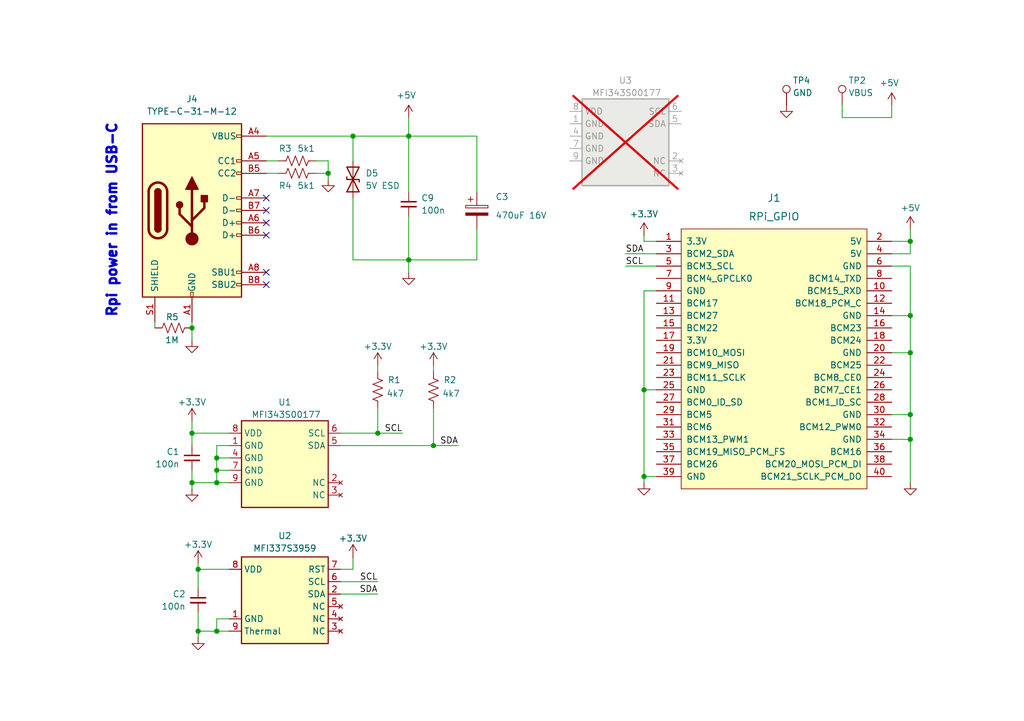
<source format=kicad_sch>
(kicad_sch (version 20250114) (generator "eeschema") (generator_version "9.0")
  (paper "A5")
  (title_block (title "MFI") (date "2026-01-11") (rev "A") (company "Signalius"))
  (lib_symbols
    (symbol "Connector:TestPoint" (pin_numbers (hide yes)) (pin_names (offset 0.762) (hide yes))
      (property "Reference" "TP" (at 0 6.858 0))
      (property "Value" "TestPoint" (at 0 5.08 0))
      (symbol "TestPoint_0_1"
        (circle (center 0 3.302) (radius 0.762))
      )
      (symbol "TestPoint_1_1"
        (pin passive line (at 0 0 90) (length 2.54) (name "1") (number "1"))
      )
    )
    (symbol "Connector:USB_C_Receptacle_USB2.0" (pin_names (offset 1.016))
      (property "Reference" "J" (at -10.16 19.05 0))
      (property "Value" "USB_C_Receptacle_USB2.0" (at 19.05 19.05 0))
      (symbol "USB_C_Receptacle_USB2.0_0_0"
        (rectangle (start -0.254 -17.78) (end 0.254 -16.764))
        (rectangle (start 10.16 15.494) (end 9.144 14.986))
        (rectangle (start 10.16 10.414) (end 9.144 9.906))
        (rectangle (start 10.16 7.874) (end 9.144 7.366))
        (rectangle (start 10.16 2.794) (end 9.144 2.286))
        (rectangle (start 10.16 0.254) (end 9.144 -0.254))
        (rectangle (start 10.16 -2.286) (end 9.144 -2.794))
        (rectangle (start 10.16 -4.826) (end 9.144 -5.334))
        (rectangle (start 10.16 -12.446) (end 9.144 -12.954))
        (rectangle (start 10.16 -14.986) (end 9.144 -15.494))
      )
      (symbol "USB_C_Receptacle_USB2.0_0_1"
        (rectangle (start -10.16 17.78) (end 10.16 -17.78) (stroke (width 0.254)) (fill (type background)))
        (polyline (pts (xy -8.89 -3.81) (xy -8.89 3.81)) (stroke (width 0.508)))
        (rectangle (start -7.62 -3.81) (end -6.35 3.81) (stroke (width 0.254)) (fill (type outline)))
        (arc (start -7.62 3.81) (mid -6.985 4.4423) (end -6.35 3.81) (stroke (width 0.254)))
        (arc (start -7.62 3.81) (mid -6.985 4.4423) (end -6.35 3.81) (stroke (width 0.254)) (fill (type outline)))
        (arc (start -8.89 3.81) (mid -6.985 5.7067) (end -5.08 3.81) (stroke (width 0.508)))
        (arc (start -5.08 -3.81) (mid -6.985 -5.7067) (end -8.89 -3.81) (stroke (width 0.508)))
        (arc (start -6.35 -3.81) (mid -6.985 -4.4423) (end -7.62 -3.81) (stroke (width 0.254)))
        (arc (start -6.35 -3.81) (mid -6.985 -4.4423) (end -7.62 -3.81) (stroke (width 0.254)) (fill (type outline)))
        (polyline (pts (xy -5.08 3.81) (xy -5.08 -3.81)) (stroke (width 0.508)))
        (circle (center -2.54 1.143) (radius 0.635) (stroke (width 0.254)) (fill (type outline)))
        (polyline (pts (xy -1.27 4.318) (xy 0 6.858) (xy 1.27 4.318) (xy -1.27 4.318)) (stroke (width 0.254)) (fill (type outline)))
        (polyline (pts (xy 0 -2.032) (xy 2.54 0.508) (xy 2.54 1.778)) (stroke (width 0.508)))
        (polyline (pts (xy 0 -3.302) (xy -2.54 -0.762) (xy -2.54 0.508)) (stroke (width 0.508)))
        (polyline (pts (xy 0 -5.842) (xy 0 4.318)) (stroke (width 0.508)))
        (circle (center 0 -5.842) (radius 1.27) (fill (type outline)))
        (rectangle (start 1.905 1.778) (end 3.175 3.048) (stroke (width 0.254)) (fill (type outline)))
      )
      (symbol "USB_C_Receptacle_USB2.0_1_1"
        (pin passive line (at -7.62 -22.86 90) (length 5.08) (name "SHIELD") (number "S1"))
        (pin passive line (at 0 -22.86 90) (length 5.08) (name "GND") (number "A1"))
        (pin passive line (at 0 -22.86 90) (length 5.08) (hide yes) (name "GND") (number "A12"))
        (pin passive line (at 0 -22.86 90) (length 5.08) (hide yes) (name "GND") (number "B1"))
        (pin passive line (at 0 -22.86 90) (length 5.08) (hide yes) (name "GND") (number "B12"))
        (pin passive line (at 15.24 15.24 180) (length 5.08) (name "VBUS") (number "A4"))
        (pin passive line (at 15.24 15.24 180) (length 5.08) (hide yes) (name "VBUS") (number "A9"))
        (pin passive line (at 15.24 15.24 180) (length 5.08) (hide yes) (name "VBUS") (number "B4"))
        (pin passive line (at 15.24 15.24 180) (length 5.08) (hide yes) (name "VBUS") (number "B9"))
        (pin bidirectional line (at 15.24 10.16 180) (length 5.08) (name "CC1") (number "A5"))
        (pin bidirectional line (at 15.24 7.62 180) (length 5.08) (name "CC2") (number "B5"))
        (pin bidirectional line (at 15.24 2.54 180) (length 5.08) (name "D-") (number "A7"))
        (pin bidirectional line (at 15.24 0 180) (length 5.08) (name "D-") (number "B7"))
        (pin bidirectional line (at 15.24 -2.54 180) (length 5.08) (name "D+") (number "A6"))
        (pin bidirectional line (at 15.24 -5.08 180) (length 5.08) (name "D+") (number "B6"))
        (pin bidirectional line (at 15.24 -12.7 180) (length 5.08) (name "SBU1") (number "A8"))
        (pin bidirectional line (at 15.24 -15.24 180) (length 5.08) (name "SBU2") (number "B8"))
      )
    )
    (symbol "Device:C_Polarized" (pin_numbers (hide yes)) (pin_names (offset 0.254))
      (property "Reference" "C" (at 0.635 2.54 0))
      (property "Value" "C_Polarized" (at 0.635 -2.54 0))
      (symbol "C_Polarized_0_1"
        (rectangle (start -2.286 0.508) (end 2.286 1.016))
        (polyline (pts (xy -1.778 2.286) (xy -0.762 2.286)))
        (polyline (pts (xy -1.27 2.794) (xy -1.27 1.778)))
        (rectangle (start 2.286 -0.508) (end -2.286 -1.016) (fill (type outline)))
      )
      (symbol "C_Polarized_1_1"
        (pin passive line (at 0 3.81 270) (length 2.794) (name "~") (number "1"))
        (pin passive line (at 0 -3.81 90) (length 2.794) (name "~") (number "2"))
      )
    )
    (symbol "Device:C_Small" (pin_numbers (hide yes)) (pin_names (offset 0.254) (hide yes))
      (property "Reference" "C" (at 0.254 1.778 0))
      (property "Value" "C_Small" (at 0.254 -2.032 0))
      (symbol "C_Small_0_1"
        (polyline (pts (xy -1.524 0.508) (xy 1.524 0.508)) (stroke (width 0.3048)))
        (polyline (pts (xy -1.524 -0.508) (xy 1.524 -0.508)) (stroke (width 0.3302)))
      )
      (symbol "C_Small_1_1"
        (pin passive line (at 0 2.54 270) (length 2.032) (name "~") (number "1"))
        (pin passive line (at 0 -2.54 90) (length 2.032) (name "~") (number "2"))
      )
    )
    (symbol "Device:D_TVS" (pin_numbers (hide yes)) (pin_names (offset 1.016) (hide yes))
      (property "Reference" "D" (at 0 2.54 0))
      (property "Value" "D_TVS" (at 0 -2.54 0))
      (symbol "D_TVS_0_1"
        (polyline (pts (xy -2.54 1.27) (xy -2.54 -1.27) (xy 2.54 1.27) (xy 2.54 -1.27) (xy -2.54 1.27)) (stroke (width 0.254)))
        (polyline (pts (xy 0.508 1.27) (xy 0 1.27) (xy 0 -1.27) (xy -0.508 -1.27)) (stroke (width 0.254)))
        (polyline (pts (xy 1.27 0) (xy -1.27 0)))
      )
      (symbol "D_TVS_1_1"
        (pin passive line (at -3.81 0 0) (length 2.54) (name "A1") (number "1"))
        (pin passive line (at 3.81 0 180) (length 2.54) (name "A2") (number "2"))
      )
    )
    (symbol "Device:R_US" (pin_numbers (hide yes)) (pin_names (offset 0))
      (property "Reference" "R" (at 2.54 0 90))
      (property "Value" "R_US" (at -2.54 0 90))
      (symbol "R_US_0_1"
        (polyline (pts (xy 0 2.286) (xy 0 2.54)))
        (polyline (pts (xy 0 2.286) (xy 1.016 1.905) (xy 0 1.524) (xy -1.016 1.143) (xy 0 0.762)))
        (polyline (pts (xy 0 0.762) (xy 1.016 0.381) (xy 0 0) (xy -1.016 -0.381) (xy 0 -0.762)))
        (polyline (pts (xy 0 -0.762) (xy 1.016 -1.143) (xy 0 -1.524) (xy -1.016 -1.905) (xy 0 -2.286)))
        (polyline (pts (xy 0 -2.286) (xy 0 -2.54)))
      )
      (symbol "R_US_1_1"
        (pin passive line (at 0 3.81 270) (length 1.27) (name "~") (number "1"))
        (pin passive line (at 0 -3.81 90) (length 1.27) (name "~") (number "2"))
      )
    )
    (symbol "MFI:MFI337S3959"
      (property "Reference" "U" (at -4.318 9.144 0))
      (property "Value" "MFI337S3959" (at 7.62 8.89 0))
      (symbol "MFI337S3959_0_1"
        (rectangle (start -5.08 7.62) (end 12.7 -10.16) (stroke (width 0.254)) (fill (type background)))
      )
      (symbol "MFI337S3959_1_1"
        (pin input line (at -7.62 5.08 0) (length 2.54) (name "RST") (number "7"))
        (pin bidirectional line (at -7.62 2.54 0) (length 2.54) (name "SCL") (number "6"))
        (pin bidirectional line (at -7.62 0 0) (length 2.54) (name "SDA") (number "2"))
        (pin no_connect line (at -7.62 -2.54 0) (length 2.54) (name "NC") (number "5"))
        (pin no_connect line (at -7.62 -5.08 0) (length 2.54) (name "NC") (number "4"))
        (pin no_connect line (at -7.62 -7.62 0) (length 2.54) (name "NC") (number "3"))
        (pin power_in line (at 15.24 5.08 180) (length 2.54) (name "VDD") (number "8"))
        (pin power_in line (at 15.24 -5.08 180) (length 2.54) (name "GND") (number "1"))
        (pin power_in line (at 15.24 -7.62 180) (length 2.54) (name "Thermal") (number "9"))
      )
    )
    (symbol "MFI:MFI343S00177"
      (property "Reference" "U" (at -4.318 9.144 0))
      (property "Value" "MFI343S00177" (at 6.35 9.144 0))
      (symbol "MFI343S00177_0_1"
        (rectangle (start -5.08 7.62) (end 12.7 -10.16) (stroke (width 0.254)) (fill (type background)))
      )
      (symbol "MFI343S00177_1_1"
        (pin bidirectional line (at -7.62 5.08 0) (length 2.54) (name "SCL") (number "6"))
        (pin bidirectional line (at -7.62 2.54 0) (length 2.54) (name "SDA") (number "5"))
        (pin no_connect line (at -7.62 -5.08 0) (length 2.54) (name "NC") (number "2"))
        (pin no_connect line (at -7.62 -7.62 0) (length 2.54) (name "NC") (number "3"))
        (pin power_in line (at 15.24 5.08 180) (length 2.54) (name "VDD") (number "8"))
        (pin power_in line (at 15.24 2.54 180) (length 2.54) (name "GND") (number "1"))
        (pin power_in line (at 15.24 0 180) (length 2.54) (name "GND") (number "4"))
        (pin power_in line (at 15.24 -2.54 180) (length 2.54) (name "GND") (number "7"))
        (pin power_in line (at 15.24 -5.08 180) (length 2.54) (name "GND") (number "9"))
      )
    )
    (symbol "power:+3.3V" (power) (pin_numbers (hide yes)) (pin_names (offset 0) (hide yes))
      (property "Value" "+3.3V" (at 0 3.556 0))
      (symbol "+3.3V_0_1"
        (polyline (pts (xy -0.762 1.27) (xy 0 2.54)))
        (polyline (pts (xy 0 2.54) (xy 0.762 1.27)))
        (polyline (pts (xy 0 0) (xy 0 2.54)))
      )
      (symbol "+3.3V_1_1"
        (pin power_in line (at 0 0 90) (length 0) (name "~") (number "1"))
      )
    )
    (symbol "power:+5V" (power) (pin_numbers (hide yes)) (pin_names (offset 0) (hide yes))
      (property "Value" "+5V" (at 0 3.556 0))
      (symbol "+5V_0_1"
        (polyline (pts (xy -0.762 1.27) (xy 0 2.54)))
        (polyline (pts (xy 0 2.54) (xy 0.762 1.27)))
        (polyline (pts (xy 0 0) (xy 0 2.54)))
      )
      (symbol "+5V_1_1"
        (pin power_in line (at 0 0 90) (length 0) (name "~") (number "1"))
      )
    )
    (symbol "power:GND" (power) (pin_names (offset 0))
      (property "Value" "GND" (at 0 -3.81 0))
      (symbol "GND_0_1"
        (polyline (pts (xy 0 0) (xy 0 -1.27) (xy 1.27 -1.27) (xy 0 -2.54) (xy -1.27 -1.27) (xy 0 -1.27)))
      )
      (symbol "GND_1_1"
        (pin power_in line (at 0 0 270) (length 0) (hide yes) (name "GND") (number "1"))
      )
    )
    (symbol "rpi_gpio:RPi_GPIO" (pin_names (offset 1.016))
      (property "Reference" "J1" (at 19.05 6.35 0))
      (property "Value" "RPi_GPIO" (at 19.05 3.81 0))
      (symbol "RPi_GPIO_1_1"
        (rectangle (start 0 2.54) (end 38.1 -50.8) (fill (type background)))
        (pin power_in line (at -5.08 0 0) (length 5.08) (name "3.3V") (number "1"))
        (pin bidirectional line (at -5.08 -2.54 0) (length 5.08) (name "BCM2_SDA") (number "3"))
        (pin bidirectional line (at -5.08 -5.08 0) (length 5.08) (name "BCM3_SCL") (number "5"))
        (pin bidirectional line (at -5.08 -7.62 0) (length 5.08) (name "BCM4_GPCLK0") (number "7"))
        (pin power_in line (at -5.08 -10.16 0) (length 5.08) (name "GND") (number "9"))
        (pin bidirectional line (at -5.08 -12.7 0) (length 5.08) (name "BCM17") (number "11"))
        (pin bidirectional line (at -5.08 -15.24 0) (length 5.08) (name "BCM27") (number "13"))
        (pin bidirectional line (at -5.08 -17.78 0) (length 5.08) (name "BCM22") (number "15"))
        (pin power_in line (at -5.08 -20.32 0) (length 5.08) (name "3.3V") (number "17"))
        (pin bidirectional line (at -5.08 -22.86 0) (length 5.08) (name "BCM10_MOSI") (number "19"))
        (pin bidirectional line (at -5.08 -25.4 0) (length 5.08) (name "BCM9_MISO") (number "21"))
        (pin bidirectional line (at -5.08 -27.94 0) (length 5.08) (name "BCM11_SCLK") (number "23"))
        (pin power_in line (at -5.08 -30.48 0) (length 5.08) (name "GND") (number "25"))
        (pin bidirectional line (at -5.08 -33.02 0) (length 5.08) (name "BCM0_ID_SD") (number "27"))
        (pin bidirectional line (at -5.08 -35.56 0) (length 5.08) (name "BCM5") (number "29"))
        (pin bidirectional line (at -5.08 -38.1 0) (length 5.08) (name "BCM6") (number "31"))
        (pin bidirectional line (at -5.08 -40.64 0) (length 5.08) (name "BCM13_PWM1") (number "33"))
        (pin bidirectional line (at -5.08 -43.18 0) (length 5.08) (name "BCM19_MISO_PCM_FS") (number "35"))
        (pin bidirectional line (at -5.08 -45.72 0) (length 5.08) (name "BCM26") (number "37"))
        (pin power_in line (at -5.08 -48.26 0) (length 5.08) (name "GND") (number "39"))
        (pin power_in line (at 43.18 0 180) (length 5.08) (name "5V") (number "2"))
        (pin power_in line (at 43.18 -2.54 180) (length 5.08) (name "5V") (number "4"))
        (pin power_in line (at 43.18 -5.08 180) (length 5.08) (name "GND") (number "6"))
        (pin bidirectional line (at 43.18 -7.62 180) (length 5.08) (name "BCM14_TXD") (number "8"))
        (pin bidirectional line (at 43.18 -10.16 180) (length 5.08) (name "BCM15_RXD") (number "10"))
        (pin bidirectional line (at 43.18 -12.7 180) (length 5.08) (name "BCM18_PCM_C") (number "12"))
        (pin power_in line (at 43.18 -15.24 180) (length 5.08) (name "GND") (number "14"))
        (pin bidirectional line (at 43.18 -17.78 180) (length 5.08) (name "BCM23") (number "16"))
        (pin bidirectional line (at 43.18 -20.32 180) (length 5.08) (name "BCM24") (number "18"))
        (pin power_in line (at 43.18 -22.86 180) (length 5.08) (name "GND") (number "20"))
        (pin bidirectional line (at 43.18 -25.4 180) (length 5.08) (name "BCM25") (number "22"))
        (pin bidirectional line (at 43.18 -27.94 180) (length 5.08) (name "BCM8_CE0") (number "24"))
        (pin bidirectional line (at 43.18 -30.48 180) (length 5.08) (name "BCM7_CE1") (number "26"))
        (pin bidirectional line (at 43.18 -33.02 180) (length 5.08) (name "BCM1_ID_SC") (number "28"))
        (pin power_in line (at 43.18 -35.56 180) (length 5.08) (name "GND") (number "30"))
        (pin bidirectional line (at 43.18 -38.1 180) (length 5.08) (name "BCM12_PWM0") (number "32"))
        (pin power_in line (at 43.18 -40.64 180) (length 5.08) (name "GND") (number "34"))
        (pin bidirectional line (at 43.18 -43.18 180) (length 5.08) (name "BCM16") (number "36"))
        (pin bidirectional line (at 43.18 -45.72 180) (length 5.08) (name "BCM20_MOSI_PCM_DI") (number "38"))
        (pin bidirectional line (at 43.18 -48.26 180) (length 5.08) (name "BCM21_SCLK_PCM_DO") (number "40"))
      )
    )
  )
  (text "Rpi power in from USB-C\n" (at 24.13 25.146 90) (effects (font (size 2 2) (thickness 0.6) (bold yes)) (justify right bottom)))
  (junction (at 44.45 99.06))
  (junction (at 67.31 35.56))
  (junction (at 88.9 91.44))
  (junction (at 77.47 88.9))
  (junction (at 83.82 53.34))
  (junction (at 39.37 67.31))
  (junction (at 39.37 88.9))
  (junction (at 39.37 99.06))
  (junction (at 186.69 85.09))
  (junction (at 186.69 72.39))
  (junction (at 40.64 116.84))
  (junction (at 40.64 129.54))
  (junction (at 186.69 90.17))
  (junction (at 44.45 129.54))
  (junction (at 186.69 49.53))
  (junction (at 132.08 97.79))
  (junction (at 72.39 27.94))
  (junction (at 44.45 93.98))
  (junction (at 83.82 27.94))
  (junction (at 132.08 80.01))
  (junction (at 44.45 96.52))
  (junction (at 186.69 64.77))
  (no_connect (at 54.61 58.42))
  (no_connect (at 54.61 55.88))
  (no_connect (at 54.61 48.26))
  (no_connect (at 54.61 40.64))
  (no_connect (at 54.61 43.18))
  (no_connect (at 54.61 45.72))
  (wire (pts (xy 72.39 27.94) (xy 83.82 27.94)))
  (wire (pts (xy 44.45 99.06) (xy 46.99 99.06)))
  (wire (pts (xy 67.31 33.02) (xy 67.31 35.56)))
  (wire (pts (xy 39.37 88.9) (xy 39.37 86.36)))
  (wire (pts (xy 134.62 59.69) (xy 132.08 59.69)))
  (wire (pts (xy 186.69 72.39) (xy 186.69 85.09)))
  (wire (pts (xy 54.61 27.94) (xy 72.39 27.94)))
  (wire (pts (xy 182.88 49.53) (xy 186.69 49.53)))
  (wire (pts (xy 67.31 35.56) (xy 67.31 36.83)))
  (wire (pts (xy 54.61 35.56) (xy 57.15 35.56)))
  (wire (pts (xy 97.79 39.37) (xy 97.79 27.94)))
  (wire (pts (xy 69.85 91.44) (xy 88.9 91.44)))
  (wire (pts (xy 69.85 121.92) (xy 77.47 121.92)))
  (wire (pts (xy 39.37 99.06) (xy 39.37 100.33)))
  (wire (pts (xy 97.79 27.94) (xy 83.82 27.94)))
  (wire (pts (xy 44.45 91.44) (xy 44.45 93.98)))
  (wire (pts (xy 182.88 72.39) (xy 186.69 72.39)))
  (wire (pts (xy 83.82 53.34) (xy 83.82 55.88)))
  (wire (pts (xy 186.69 49.53) (xy 186.69 46.99)))
  (wire (pts (xy 39.37 99.06) (xy 44.45 99.06)))
  (wire (pts (xy 40.64 116.84) (xy 40.64 115.57)))
  (wire (pts (xy 72.39 40.64) (xy 72.39 53.34)))
  (wire (pts (xy 46.99 91.44) (xy 44.45 91.44)))
  (wire (pts (xy 186.69 54.61) (xy 186.69 64.77)))
  (wire (pts (xy 88.9 74.93) (xy 88.9 76.2)))
  (wire (pts (xy 182.88 85.09) (xy 186.69 85.09)))
  (wire (pts (xy 40.64 125.73) (xy 40.64 129.54)))
  (wire (pts (xy 182.88 52.07) (xy 186.69 52.07)))
  (wire (pts (xy 44.45 93.98) (xy 46.99 93.98)))
  (wire (pts (xy 72.39 116.84) (xy 72.39 114.3)))
  (wire (pts (xy 77.47 74.93) (xy 77.47 76.2)))
  (wire (pts (xy 186.69 90.17) (xy 186.69 99.06)))
  (wire (pts (xy 44.45 127) (xy 44.45 129.54)))
  (wire (pts (xy 39.37 96.52) (xy 39.37 99.06)))
  (wire (pts (xy 186.69 52.07) (xy 186.69 49.53)))
  (wire (pts (xy 64.77 33.02) (xy 67.31 33.02)))
  (wire (pts (xy 39.37 88.9) (xy 46.99 88.9)))
  (wire (pts (xy 182.88 24.13) (xy 172.72 24.13)))
  (wire (pts (xy 83.82 24.13) (xy 83.82 27.94)))
  (wire (pts (xy 88.9 83.82) (xy 88.9 91.44)))
  (wire (pts (xy 72.39 27.94) (xy 72.39 33.02)))
  (wire (pts (xy 128.27 54.61) (xy 134.62 54.61)))
  (wire (pts (xy 46.99 129.54) (xy 44.45 129.54)))
  (wire (pts (xy 132.08 59.69) (xy 132.08 80.01)))
  (wire (pts (xy 134.62 49.53) (xy 132.08 49.53)))
  (wire (pts (xy 132.08 49.53) (xy 132.08 48.26)))
  (wire (pts (xy 40.64 129.54) (xy 44.45 129.54)))
  (wire (pts (xy 132.08 80.01) (xy 134.62 80.01)))
  (wire (pts (xy 83.82 44.45) (xy 83.82 53.34)))
  (wire (pts (xy 39.37 91.44) (xy 39.37 88.9)))
  (wire (pts (xy 39.37 66.04) (xy 39.37 67.31)))
  (wire (pts (xy 39.37 67.31) (xy 39.37 69.85)))
  (wire (pts (xy 132.08 80.01) (xy 132.08 97.79)))
  (wire (pts (xy 182.88 21.59) (xy 182.88 24.13)))
  (wire (pts (xy 44.45 96.52) (xy 44.45 99.06)))
  (wire (pts (xy 182.88 64.77) (xy 186.69 64.77)))
  (wire (pts (xy 44.45 93.98) (xy 44.45 96.52)))
  (wire (pts (xy 182.88 54.61) (xy 186.69 54.61)))
  (wire (pts (xy 69.85 119.38) (xy 77.47 119.38)))
  (wire (pts (xy 182.88 90.17) (xy 186.69 90.17)))
  (wire (pts (xy 44.45 96.52) (xy 46.99 96.52)))
  (wire (pts (xy 97.79 46.99) (xy 97.79 53.34)))
  (wire (pts (xy 132.08 97.79) (xy 134.62 97.79)))
  (wire (pts (xy 83.82 27.94) (xy 83.82 39.37)))
  (wire (pts (xy 186.69 85.09) (xy 186.69 90.17)))
  (wire (pts (xy 88.9 91.44) (xy 93.98 91.44)))
  (wire (pts (xy 46.99 127) (xy 44.45 127)))
  (wire (pts (xy 186.69 64.77) (xy 186.69 72.39)))
  (wire (pts (xy 64.77 35.56) (xy 67.31 35.56)))
  (wire (pts (xy 31.75 66.04) (xy 31.75 67.31)))
  (wire (pts (xy 132.08 97.79) (xy 132.08 99.06)))
  (wire (pts (xy 69.85 116.84) (xy 72.39 116.84)))
  (wire (pts (xy 54.61 33.02) (xy 57.15 33.02)))
  (wire (pts (xy 69.85 88.9) (xy 77.47 88.9)))
  (wire (pts (xy 40.64 129.54) (xy 40.64 130.81)))
  (wire (pts (xy 97.79 53.34) (xy 83.82 53.34)))
  (wire (pts (xy 40.64 120.65) (xy 40.64 116.84)))
  (wire (pts (xy 72.39 53.34) (xy 83.82 53.34)))
  (wire (pts (xy 172.72 24.13) (xy 172.72 21.59)))
  (wire (pts (xy 77.47 88.9) (xy 77.47 83.82)))
  (wire (pts (xy 128.27 52.07) (xy 134.62 52.07)))
  (wire (pts (xy 40.64 116.84) (xy 46.99 116.84)))
  (wire (pts (xy 82.55 88.9) (xy 77.47 88.9)))
  (label "SCL" (at 82.55 88.9 180))
  (label "SCL" (at 77.47 119.38 180))
  (label "SDA" (at 93.98 91.44 180))
  (label "SDA" (at 128.27 52.07 0))
  (label "SDA" (at 77.47 121.92 180))
  (label "SCL" (at 128.27 54.61 0))
  (symbol (lib_id "Connector:USB_C_Receptacle_USB2.0") (at 39.37 43.18 0) (unit 1)
    (property "Reference" "J4" (at 39.37 20.32 0))
    (property "Value" "TYPE-C-31-M-12" (at 39.37 22.86 0))
    (property "Footprint" "Connector_USB:USB_C_Receptacle_HRO_TYPE-C-31-M-12" (effects (hide yes)))
    (property "Datasheet" "https://www.usb.org/sites/default/files/documents/usb_type-c.zip" (effects (hide yes)))
    (property "MPN" "TYPE-C-31-M-12" (effects (hide yes)))
    (property "MF" "Korean Hroparts" (effects (hide yes)))
  )
  (symbol (lib_id "power:GND") (at 39.37 69.85 0) (unit 1)
    (property "Reference" "#PWR05" (effects (hide yes)))
    (property "Value" "GND" (effects (hide yes)))
  )
  (symbol (lib_id "Device:C_Small") (at 39.37 93.98 0) (unit 1)
    (property "Reference" "C1" (at 36.83 92.71 0) (effects (justify right)))
    (property "Value" "100n" (at 36.83 95.25 0) (effects (justify right)))
    (property "Footprint" "Capacitor_SMD:C_0603_1608Metric" (effects (hide yes)))
  )
  (symbol (lib_id "power:+3.3V") (at 40.64 115.57 0) (unit 1)
    (property "Reference" "#PWR014" (effects (hide yes)))
    (property "Value" "+3.3V" (at 40.64 111.76 0))
    (property "Description" "Power symbol creates a global label with name \"+3.3V\"" (effects (hide yes)))
  )
  (symbol (lib_id "Device:R_US") (at 60.96 35.56 90) (unit 1)
    (property "Reference" "R4" (at 57.15 38.1 90) (effects (justify right)))
    (property "Value" "5k1" (at 60.96 38.1 90) (effects (justify right)))
    (property "Footprint" "Resistor_SMD:R_0603_1608Metric" (effects (hide yes)))
  )
  (symbol (lib_id "power:+3.3V") (at 88.9 74.93 0) (unit 1)
    (property "Reference" "#PWR013" (effects (hide yes)))
    (property "Value" "+3.3V" (at 88.9 71.12 0))
    (property "Description" "Power symbol creates a global label with name \"+3.3V\"" (effects (hide yes)))
  )
  (symbol (lib_id "power:+3.3V") (at 77.47 74.93 0) (unit 1)
    (property "Reference" "#PWR012" (effects (hide yes)))
    (property "Value" "+3.3V" (at 77.47 71.12 0))
    (property "Description" "Power symbol creates a global label with name \"+3.3V\"" (effects (hide yes)))
  )
  (symbol (lib_id "power:+3.3V") (at 39.37 86.36 0) (unit 1)
    (property "Reference" "#PWR010" (effects (hide yes)))
    (property "Value" "+3.3V" (at 39.37 82.55 0))
    (property "Description" "Power symbol creates a global label with name \"+3.3V\"" (effects (hide yes)))
  )
  (symbol (lib_id "power:GND") (at 186.69 99.06 0) (unit 1)
    (property "Reference" "#PWR04" (effects (hide yes)))
    (property "Value" "GND" (effects (hide yes)))
  )
  (symbol (lib_id "MFI:MFI343S00177") (at 62.23 93.98 0) (mirror y) (unit 1)
    (property "Reference" "U1" (at 58.42 82.55 0))
    (property "Value" "MFI343S00177" (at 58.674 85.09 0))
    (property "Footprint" "MFI:MFI_UDFN-8-1EP_2x3mm_P0.5mm" (effects (hide yes)))
    (property "Description" "CP3.0 UDFN8 2x3mm Raster 0.5mm To chyba odpowiednik ATECC508A" (effects (hide yes)))
  )
  (symbol (lib_id "Device:R_US") (at 77.47 80.01 0) (unit 1)
    (property "Reference" "R1" (at 79.502 77.978 0) (effects (justify left)))
    (property "Value" "4k7" (at 79.248 80.772 0) (effects (justify left)))
    (property "Footprint" "Resistor_SMD:R_0603_1608Metric" (effects (hide yes)))
    (property "Description" "Resistor, US symbol" (effects (hide yes)))
  )
  (symbol (lib_id "Device:C_Small") (at 83.82 41.91 0) (mirror y) (unit 1)
    (property "Reference" "C9" (at 86.36 40.64 0) (effects (justify right)))
    (property "Value" "100n" (at 86.36 43.18 0) (effects (justify right)))
    (property "Footprint" "Capacitor_SMD:C_0603_1608Metric" (effects (hide yes)))
  )
  (symbol (lib_id "Device:R_US") (at 35.56 67.31 90) (unit 1)
    (property "Reference" "R5" (at 33.987 65.0509 90) (effects (justify right)))
    (property "Value" "1M" (at 33.8268 69.79 90) (effects (justify right)))
    (property "Footprint" "Resistor_SMD:R_0603_1608Metric" (effects (hide yes)))
  )
  (symbol (lib_id "MFI:MFI337S3959") (at 62.23 121.92 0) (mirror y) (unit 1)
    (property "Reference" "U2" (at 58.42 109.982 0))
    (property "Value" "MFI337S3959" (at 58.42 112.522 0))
    (property "Footprint" "MFI:MFI_WSON-8-1EP_2.5x2.5mm_P0.5mm" (effects (hide yes)))
    (property "Description" "CP2.0C  PG-USON-8-1 Body 2.5x2.5x0.6 Raster 0.5mm" (effects (hide yes)))
  )
  (symbol (lib_id "Device:C_Polarized") (at 97.79 43.18 0) (unit 1)
    (property "Reference" "C3" (at 101.6 40.3859 0) (effects (justify left)))
    (property "Value" "470uF 16V" (at 101.6 44.1959 0) (effects (justify left)))
    (property "Footprint" "Capacitor_THT:CP_Radial_D10.0mm_P2.50mm_P5.00mm" (effects (hide yes)))
    (property "Description" "Polarized capacitor" (effects (hide yes)))
  )
  (symbol (lib_id "Device:C_Small") (at 40.64 123.19 0) (unit 1)
    (property "Reference" "C2" (at 38.1 121.92 0) (effects (justify right)))
    (property "Value" "100n" (at 38.1 124.46 0) (effects (justify right)))
    (property "Footprint" "Capacitor_SMD:C_0603_1608Metric" (effects (hide yes)))
  )
  (symbol (lib_id "power:+5V") (at 182.88 21.59 0) (unit 1)
    (property "Reference" "#PWR017" (effects (hide yes)))
    (property "Value" "+5V" (at 182.372 17.018 0))
    (property "Description" "Power symbol creates a global label with name \"+5V\"" (effects (hide yes)))
  )
  (symbol (lib_id "Connector:TestPoint") (at 172.72 21.59 0) (unit 1) (in_bom no)
    (property "Reference" "TP2" (at 173.99 16.51 0) (effects (justify left)))
    (property "Value" "VBUS" (at 173.99 19.05 0) (effects (justify left)))
    (property "Footprint" "TestPoint:TestPoint_THTPad_1.5x1.5mm_Drill0.7mm" (effects (hide yes)))
  )
  (symbol (lib_id "power:+3.3V") (at 72.39 114.3 0) (unit 1)
    (property "Reference" "#PWR016" (effects (hide yes)))
    (property "Value" "+3.3V" (at 72.39 110.49 0))
    (property "Description" "Power symbol creates a global label with name \"+3.3V\"" (effects (hide yes)))
  )
  (symbol (lib_id "power:GND") (at 161.29 21.59 0) (unit 1)
    (property "Reference" "#PWR08" (effects (hide yes)))
    (property "Value" "GND" (effects (hide yes)))
  )
  (symbol (lib_id "power:GND") (at 83.82 55.88 0) (unit 1)
    (property "Reference" "#PWR01" (effects (hide yes)))
    (property "Value" "GND" (effects (hide yes)))
  )
  (symbol (lib_id "power:GND") (at 132.08 99.06 0) (unit 1)
    (property "Reference" "#PWR03" (effects (hide yes)))
    (property "Value" "GND" (effects (hide yes)))
  )
  (symbol (lib_id "power:+5V") (at 83.82 24.13 0) (unit 1)
    (property "Reference" "#PWR06" (effects (hide yes)))
    (property "Value" "+5V" (at 83.312 19.558 0))
    (property "Description" "Power symbol creates a global label with name \"+5V\"" (effects (hide yes)))
  )
  (symbol (lib_id "power:GND") (at 40.64 130.81 0) (unit 1)
    (property "Reference" "#PWR015" (effects (hide yes)))
    (property "Value" "GND" (effects (hide yes)))
  )
  (symbol (lib_id "Device:R_US") (at 60.96 33.02 90) (unit 1)
    (property "Reference" "R3" (at 57.15 30.48 90) (effects (justify right)))
    (property "Value" "5k1" (at 60.96 30.48 90) (effects (justify right)))
    (property "Footprint" "Resistor_SMD:R_0603_1608Metric" (effects (hide yes)))
  )
  (symbol (lib_id "power:+3.3V") (at 132.08 48.26 0) (unit 1)
    (property "Reference" "#PWR09" (effects (hide yes)))
    (property "Value" "+3.3V" (at 132.08 43.942 0))
    (property "Description" "Power symbol creates a global label with name \"+3.3V\"" (effects (hide yes)))
  )
  (symbol (lib_id "power:GND") (at 67.31 36.83 0) (unit 1)
    (property "Reference" "#PWR02" (effects (hide yes)))
    (property "Value" "GND" (effects (hide yes)))
  )
  (symbol (lib_id "power:GND") (at 39.37 100.33 0) (unit 1)
    (property "Reference" "#PWR011" (effects (hide yes)))
    (property "Value" "GND" (effects (hide yes)))
  )
  (symbol (lib_id "rpi_gpio:RPi_GPIO") (at 139.7 49.53 0) (unit 1)
    (property "Reference" "J1" (at 158.75 40.64 0) (effects (font (size 1.524 1.524))))
    (property "Value" "RPi_GPIO" (at 158.75 44.45 0) (effects (font (size 1.524 1.524))))
    (property "Footprint" "Connector_PinHeader_2.54mm:PinHeader_2x20_P2.54mm_Vertical" (effects (hide yes)))
  )
  (symbol (lib_id "power:+5V") (at 186.69 46.99 0) (unit 1)
    (property "Reference" "#PWR07" (effects (hide yes)))
    (property "Value" "+5V" (at 186.69 42.672 0))
    (property "Description" "Power symbol creates a global label with name \"+5V\"" (effects (hide yes)))
  )
  (symbol (lib_id "Device:R_US") (at 88.9 80.01 0) (unit 1)
    (property "Reference" "R2" (at 90.932 77.978 0) (effects (justify left)))
    (property "Value" "4k7" (at 90.678 80.772 0) (effects (justify left)))
    (property "Footprint" "Resistor_SMD:R_0603_1608Metric" (effects (hide yes)))
    (property "Description" "Resistor, US symbol" (effects (hide yes)))
  )
  (symbol (lib_id "Connector:TestPoint") (at 161.29 21.59 0) (unit 1) (in_bom no)
    (property "Reference" "TP4" (at 162.56 16.51 0) (effects (justify left)))
    (property "Value" "GND" (at 162.56 19.05 0) (effects (justify left)))
    (property "Footprint" "TestPoint:TestPoint_THTPad_1.5x1.5mm_Drill0.7mm" (effects (hide yes)))
  )
  (symbol (lib_id "Device:D_TVS") (at 72.39 36.83 90) (unit 1)
    (property "Reference" "D5" (at 74.93 35.56 90) (effects (justify right)))
    (property "Value" "5V ESD" (at 74.93 38.1 90) (effects (justify right)))
    (property "Footprint" "Diode_SMD:D_SOD-323" (effects (hide yes)))
    (property "MPN" "PESD5V0L1BA,115" (effects (hide yes)))
    (property "MF" "Nexperia" (effects (hide yes)))
  )
  (symbol (lib_id "MFI:MFI343S00177") (at 132.08 27.94 0) (mirror y) (unit 1) (in_bom no) (dnp yes)
    (property "Reference" "U3" (at 128.27 16.51 0))
    (property "Value" "MFI343S00177" (at 128.524 19.05 0))
    (property "Footprint" "MFI:MFI_UDFN-8-1EP_2x3mm_P0.5mm" (effects (hide yes)))
    (property "Description" "CP3.0 UDFN8 2x3mm Raster 0.5mm To chyba odpowiednik ATECC508A" (effects (hide yes)))
  )
)
</source>
